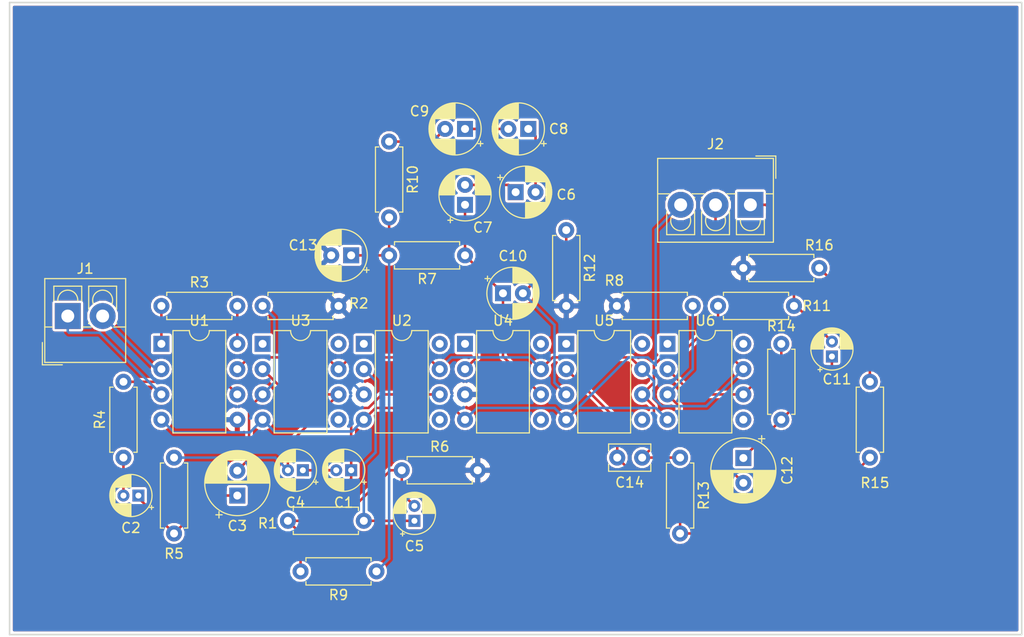
<source format=kicad_pcb>
(kicad_pcb (version 20171130) (host pcbnew "(5.0.0)")
  (title_block (title "EEG Acquisition board ") (rev v01) (comment 2 creativecommons.org/licenses/by/4.0) (comment 3 "License: CC BY 4.0") (comment 4 "Author: Alex Spafford"))
  (layers (0 F.Cu signal) (31 B.Cu signal) (34 B.Paste user) (35 F.Paste user) (36 B.SilkS user) (37 F.SilkS user) (38 B.Mask user) (39 F.Mask user) (44 Edge.Cuts user))
  (net 0 "")
  (net 1 "Net-(C1-Pad2)")
  (net 2 "Net-(C1-Pad1)")
  (net 3 "Net-(C2-Pad1)")
  (net 4 "Net-(C2-Pad2)")
  (net 5 "Net-(C3-Pad2)")
  (net 6 "Net-(C4-Pad2)")
  (net 7 "Net-(C5-Pad1)")
  (net 8 "Net-(C6-Pad1)")
  (net 9 "Net-(C6-Pad2)")
  (net 10 "Net-(C10-Pad1)")
  (net 11 "Net-(C8-Pad2)")
  (net 12 "Net-(C9-Pad2)")
  (net 13 "Net-(C10-Pad2)")
  (net 14 "Net-(C11-Pad1)")
  (net 15 "Net-(C11-Pad2)")
  (net 16 "Net-(C12-Pad2)")
  (net 17 GND)
  (net 18 "Net-(C13-Pad1)")
  (net 19 "Net-(C14-Pad1)")
  (net 20 "Net-(C14-Pad2)")
  (net 21 "Net-(R3-Pad1)")
  (net 22 "Net-(R3-Pad2)")
  (net 23 "Net-(R4-Pad2)")
  (net 24 "Net-(R14-Pad1)")
  (net 25 "Net-(R15-Pad2)")
  (net 26 -9V)
  (net 27 +9V)
  (net 28 "Net-(U2-Pad1)")
  (net 29 "Net-(U2-Pad5)")
  (net 30 "Net-(U2-Pad8)")
  (net 31 "Net-(U3-Pad8)")
  (net 32 "Net-(U3-Pad5)")
  (net 33 "Net-(U3-Pad1)")
  (net 34 "Net-(U4-Pad8)")
  (net 35 "Net-(U4-Pad5)")
  (net 36 "Net-(U4-Pad1)")
  (net 37 "Net-(U5-Pad1)")
  (net 38 "Net-(U5-Pad5)")
  (net 39 "Net-(U5-Pad8)")
  (net 40 "Net-(U6-Pad1)")
  (net 41 "Net-(U6-Pad5)")
  (net 42 "Net-(U6-Pad8)")
  (net 43 "Net-(J1-Pad1)")
  (net 44 "Net-(J1-Pad2)")
  (module Capacitor_THT:CP_Radial_D4.0mm_P1.50mm (layer F.Cu) (at 85.09 97.79 180)
    (fp_text reference C1 (at 0.75 -3.25 180) (layer F.SilkS))
    (fp_text value 220n)
    (pad 2 thru_hole circle (at 1.5 0 180) (size 1.2 1.2) (drill 0.6) (layers *.Cu *.Mask) (net 1 "Net-(C1-Pad2)"))
    (pad 1 thru_hole rect (at 0 0 180) (size 1.2 1.2) (drill 0.6) (layers *.Cu *.Mask) (net 2 "Net-(C1-Pad1)"))
  )
  (module Capacitor_THT:CP_Radial_D4.0mm_P1.50mm (layer F.Cu) (at 63.73 100.33 180)
    (fp_text reference C2 (at 0.75 -3.25 180) (layer F.SilkS))
    (fp_text value 220n)
    (pad 1 thru_hole rect (at 0 0 180) (size 1.2 1.2) (drill 0.6) (layers *.Cu *.Mask) (net 3 "Net-(C2-Pad1)"))
    (pad 2 thru_hole circle (at 1.5 0 180) (size 1.2 1.2) (drill 0.6) (layers *.Cu *.Mask) (net 4 "Net-(C2-Pad2)"))
  )
  (module Capacitor_THT:CP_Radial_D6.3mm_P2.50mm (layer F.Cu) (at 73.66 100.33 90)
    (fp_text reference C3 (at -3.048 0 180) (layer F.SilkS))
    (fp_text value 10u)
    (pad 1 thru_hole rect (at 0 0 90) (size 1.6 1.6) (drill 0.8) (layers *.Cu *.Mask) (net 3 "Net-(C2-Pad1)"))
    (pad 2 thru_hole circle (at 2.5 0 90) (size 1.6 1.6) (drill 0.8) (layers *.Cu *.Mask) (net 5 "Net-(C3-Pad2)"))
  )
  (module Capacitor_THT:CP_Radial_D4.0mm_P1.50mm (layer F.Cu) (at 80.24 97.79 180)
    (fp_text reference C4 (at 0.75 -3.25 180) (layer F.SilkS))
    (fp_text value 220n)
    (pad 1 thru_hole rect (at 0 0 180) (size 1.2 1.2) (drill 0.6) (layers *.Cu *.Mask) (net 1 "Net-(C1-Pad2)"))
    (pad 2 thru_hole circle (at 1.5 0 180) (size 1.2 1.2) (drill 0.6) (layers *.Cu *.Mask) (net 6 "Net-(C4-Pad2)"))
  )
  (module Capacitor_THT:CP_Radial_D4.0mm_P1.50mm (layer F.Cu) (at 91.44 102.87 90)
    (fp_text reference C5 (at -2.54 0 180) (layer F.SilkS))
    (fp_text value 220n)
    (pad 2 thru_hole circle (at 1.5 0 90) (size 1.2 1.2) (drill 0.6) (layers *.Cu *.Mask) (net 1 "Net-(C1-Pad2)"))
    (pad 1 thru_hole rect (at 0 0 90) (size 1.2 1.2) (drill 0.6) (layers *.Cu *.Mask) (net 7 "Net-(C5-Pad1)"))
  )
  (module Capacitor_THT:CP_Radial_D5.0mm_P2.00mm (layer F.Cu) (at 101.6 69.85)
    (fp_text reference C6 (at 5.08 0.254) (layer F.SilkS))
    (fp_text value 0.1u)
    (pad 1 thru_hole rect (at 0 0) (size 1.6 1.6) (drill 0.8) (layers *.Cu *.Mask) (net 8 "Net-(C6-Pad1)"))
    (pad 2 thru_hole circle (at 2 0) (size 1.6 1.6) (drill 0.8) (layers *.Cu *.Mask) (net 9 "Net-(C6-Pad2)"))
  )
  (module Capacitor_THT:CP_Radial_D5.0mm_P2.00mm (layer F.Cu) (at 96.52 71.12 90)
    (fp_text reference C7 (at -2.286 1.778 180) (layer F.SilkS))
    (fp_text value 0.1u)
    (pad 2 thru_hole circle (at 2 0 90) (size 1.6 1.6) (drill 0.8) (layers *.Cu *.Mask) (net 8 "Net-(C6-Pad1)"))
    (pad 1 thru_hole rect (at 0 0 90) (size 1.6 1.6) (drill 0.8) (layers *.Cu *.Mask) (net 10 "Net-(C10-Pad1)"))
  )
  (module Capacitor_THT:CP_Radial_D5.0mm_P2.00mm (layer F.Cu) (at 102.87 63.5 180)
    (fp_text reference C8 (at -3.048 0 180) (layer F.SilkS))
    (fp_text value 0.1u)
    (pad 2 thru_hole circle (at 2 0 180) (size 1.6 1.6) (drill 0.8) (layers *.Cu *.Mask) (net 11 "Net-(C8-Pad2)"))
    (pad 1 thru_hole rect (at 0 0 180) (size 1.6 1.6) (drill 0.8) (layers *.Cu *.Mask) (net 9 "Net-(C6-Pad2)"))
  )
  (module Capacitor_THT:CP_Radial_D5.0mm_P2.00mm (layer F.Cu) (at 96.52 63.5 180)
    (fp_text reference C9 (at 4.572 1.778 180) (layer F.SilkS))
    (fp_text value 0.1u)
    (pad 1 thru_hole rect (at 0 0 180) (size 1.6 1.6) (drill 0.8) (layers *.Cu *.Mask) (net 11 "Net-(C8-Pad2)"))
    (pad 2 thru_hole circle (at 2 0 180) (size 1.6 1.6) (drill 0.8) (layers *.Cu *.Mask) (net 12 "Net-(C9-Pad2)"))
  )
  (module Capacitor_THT:CP_Radial_D5.0mm_P2.00mm (layer F.Cu) (at 100.33 80.01)
    (fp_text reference C10 (at 1 -3.75) (layer F.SilkS))
    (fp_text value 1u)
    (pad 1 thru_hole rect (at 0 0) (size 1.6 1.6) (drill 0.8) (layers *.Cu *.Mask) (net 10 "Net-(C10-Pad1)"))
    (pad 2 thru_hole circle (at 2 0) (size 1.6 1.6) (drill 0.8) (layers *.Cu *.Mask) (net 13 "Net-(C10-Pad2)"))
  )
  (module Capacitor_THT:CP_Radial_D4.0mm_P1.50mm (layer F.Cu) (at 133.35 86.36 90)
    (fp_text reference C11 (at -2.286 0.508 180) (layer F.SilkS))
    (fp_text value 220n)
    (pad 1 thru_hole rect (at 0 0 90) (size 1.2 1.2) (drill 0.6) (layers *.Cu *.Mask) (net 14 "Net-(C11-Pad1)"))
    (pad 2 thru_hole circle (at 1.5 0 90) (size 1.2 1.2) (drill 0.6) (layers *.Cu *.Mask) (net 15 "Net-(C11-Pad2)"))
  )
  (module Capacitor_THT:CP_Radial_D6.3mm_P2.50mm (layer F.Cu) (at 124.46 96.56 270)
    (fp_text reference C12 (at 1.25 -4.4 270) (layer F.SilkS))
    (fp_text value 10u)
    (pad 2 thru_hole circle (at 2.5 0 270) (size 1.6 1.6) (drill 0.8) (layers *.Cu *.Mask) (net 16 "Net-(C12-Pad2)"))
    (pad 1 thru_hole rect (at 0 0 270) (size 1.6 1.6) (drill 0.8) (layers *.Cu *.Mask) (net 14 "Net-(C11-Pad1)"))
  )
  (module Capacitor_THT:CP_Radial_D5.0mm_P2.00mm (layer F.Cu) (at 85.09 76.2 180)
    (fp_text reference C13 (at 4.826 1.016 180) (layer F.SilkS))
    (fp_text value 100n)
    (pad 2 thru_hole circle (at 2 0 180) (size 1.6 1.6) (drill 0.8) (layers *.Cu *.Mask) (net 17 GND))
    (pad 1 thru_hole rect (at 0 0 180) (size 1.6 1.6) (drill 0.8) (layers *.Cu *.Mask) (net 18 "Net-(C13-Pad1)"))
  )
  (module Capacitor_THT:C_Rect_L4.0mm_W2.5mm_P2.50mm (layer F.Cu) (at 114.3 96.52 180)
    (fp_text reference C14 (at 1.25 -2.5 180) (layer F.SilkS))
    (fp_text value 10n)
    (pad 1 thru_hole circle (at 0 0 180) (size 1.6 1.6) (drill 0.8) (layers *.Cu *.Mask) (net 19 "Net-(C14-Pad1)"))
    (pad 2 thru_hole circle (at 2.5 0 180) (size 1.6 1.6) (drill 0.8) (layers *.Cu *.Mask) (net 20 "Net-(C14-Pad2)"))
  )
  (module Resistor_THT:R_Axial_DIN0207_L6.3mm_D2.5mm_P7.62mm_Horizontal (layer F.Cu) (at 78.74 102.87)
    (fp_text reference R1 (at -2.032 0.254) (layer F.SilkS))
    (fp_text value 220k)
    (pad 2 thru_hole oval (at 7.62 0) (size 1.6 1.6) (drill 0.8) (layers *.Cu *.Mask) (net 7 "Net-(C5-Pad1)"))
    (pad 1 thru_hole circle (at 0 0) (size 1.6 1.6) (drill 0.8) (layers *.Cu *.Mask) (net 2 "Net-(C1-Pad1)"))
  )
  (module Resistor_THT:R_Axial_DIN0207_L6.3mm_D2.5mm_P7.62mm_Horizontal (layer F.Cu) (at 83.82 81.28 180)
    (fp_text reference R2 (at -2.032 0.254 180) (layer F.SilkS))
    (fp_text value 270k)
    (pad 2 thru_hole oval (at 7.62 0 180) (size 1.6 1.6) (drill 0.8) (layers *.Cu *.Mask) (net 5 "Net-(C3-Pad2)"))
    (pad 1 thru_hole circle (at 0 0 180) (size 1.6 1.6) (drill 0.8) (layers *.Cu *.Mask) (net 17 GND))
  )
  (module Resistor_THT:R_Axial_DIN0207_L6.3mm_D2.5mm_P7.62mm_Horizontal (layer F.Cu) (at 66.04 81.28)
    (fp_text reference R3 (at 3.81 -2.37) (layer F.SilkS))
    (fp_text value 560)
    (pad 1 thru_hole circle (at 0 0) (size 1.6 1.6) (drill 0.8) (layers *.Cu *.Mask) (net 21 "Net-(R3-Pad1)"))
    (pad 2 thru_hole oval (at 7.62 0) (size 1.6 1.6) (drill 0.8) (layers *.Cu *.Mask) (net 22 "Net-(R3-Pad2)"))
  )
  (module Resistor_THT:R_Axial_DIN0207_L6.3mm_D2.5mm_P7.62mm_Horizontal (layer F.Cu) (at 62.23 96.52 90)
    (fp_text reference R4 (at 3.81 -2.37 90) (layer F.SilkS))
    (fp_text value 22k)
    (pad 2 thru_hole oval (at 7.62 0 90) (size 1.6 1.6) (drill 0.8) (layers *.Cu *.Mask) (net 23 "Net-(R4-Pad2)"))
    (pad 1 thru_hole circle (at 0 0 90) (size 1.6 1.6) (drill 0.8) (layers *.Cu *.Mask) (net 4 "Net-(C2-Pad2)"))
  )
  (module Resistor_THT:R_Axial_DIN0207_L6.3mm_D2.5mm_P7.62mm_Horizontal (layer F.Cu) (at 67.31 104.14 90)
    (fp_text reference R5 (at -2.032 0 180) (layer F.SilkS))
    (fp_text value 12)
    (pad 1 thru_hole circle (at 0 0 90) (size 1.6 1.6) (drill 0.8) (layers *.Cu *.Mask) (net 3 "Net-(C2-Pad1)"))
    (pad 2 thru_hole oval (at 7.62 0 90) (size 1.6 1.6) (drill 0.8) (layers *.Cu *.Mask) (net 6 "Net-(C4-Pad2)"))
  )
  (module Resistor_THT:R_Axial_DIN0207_L6.3mm_D2.5mm_P7.62mm_Horizontal (layer F.Cu) (at 90.17 97.79)
    (fp_text reference R6 (at 3.81 -2.37) (layer F.SilkS))
    (fp_text value 47k)
    (pad 1 thru_hole circle (at 0 0) (size 1.6 1.6) (drill 0.8) (layers *.Cu *.Mask) (net 1 "Net-(C1-Pad2)"))
    (pad 2 thru_hole oval (at 7.62 0) (size 1.6 1.6) (drill 0.8) (layers *.Cu *.Mask) (net 17 GND))
  )
  (module Resistor_THT:R_Axial_DIN0207_L6.3mm_D2.5mm_P7.62mm_Horizontal (layer F.Cu) (at 96.52 76.2 180)
    (fp_text reference R7 (at 3.81 -2.37 180) (layer F.SilkS))
    (fp_text value 180k)
    (pad 1 thru_hole circle (at 0 0 180) (size 1.6 1.6) (drill 0.8) (layers *.Cu *.Mask) (net 10 "Net-(C10-Pad1)"))
    (pad 2 thru_hole oval (at 7.62 0 180) (size 1.6 1.6) (drill 0.8) (layers *.Cu *.Mask) (net 18 "Net-(C13-Pad1)"))
  )
  (module Resistor_THT:R_Axial_DIN0207_L6.3mm_D2.5mm_P7.62mm_Horizontal (layer F.Cu) (at 111.76 81.28)
    (fp_text reference R8 (at -0.254 -2.54) (layer F.SilkS))
    (fp_text value 270k)
    (pad 2 thru_hole oval (at 7.62 0) (size 1.6 1.6) (drill 0.8) (layers *.Cu *.Mask) (net 16 "Net-(C12-Pad2)"))
    (pad 1 thru_hole circle (at 0 0) (size 1.6 1.6) (drill 0.8) (layers *.Cu *.Mask) (net 17 GND))
  )
  (module Resistor_THT:R_Axial_DIN0207_L6.3mm_D2.5mm_P7.62mm_Horizontal (layer F.Cu) (at 87.63 107.95 180)
    (fp_text reference R9 (at 3.81 -2.37 180) (layer F.SilkS))
    (fp_text value 180k)
    (pad 2 thru_hole oval (at 7.62 0 180) (size 1.6 1.6) (drill 0.8) (layers *.Cu *.Mask) (net 2 "Net-(C1-Pad1)"))
    (pad 1 thru_hole circle (at 0 0 180) (size 1.6 1.6) (drill 0.8) (layers *.Cu *.Mask) (net 18 "Net-(C13-Pad1)"))
  )
  (module Resistor_THT:R_Axial_DIN0207_L6.3mm_D2.5mm_P7.62mm_Horizontal (layer F.Cu) (at 88.9 64.77 270)
    (fp_text reference R10 (at 3.81 -2.37 270) (layer F.SilkS))
    (fp_text value 100k)
    (pad 1 thru_hole circle (at 0 0 270) (size 1.6 1.6) (drill 0.8) (layers *.Cu *.Mask) (net 12 "Net-(C9-Pad2)"))
    (pad 2 thru_hole oval (at 7.62 0 270) (size 1.6 1.6) (drill 0.8) (layers *.Cu *.Mask) (net 18 "Net-(C13-Pad1)"))
  )
  (module Resistor_THT:R_Axial_DIN0207_L6.3mm_D2.5mm_P7.62mm_Horizontal (layer F.Cu) (at 129.54 81.28 180)
    (fp_text reference R11 (at -2.286 0 180) (layer F.SilkS))
    (fp_text value 22k)
    (pad 2 thru_hole oval (at 7.62 0 180) (size 1.6 1.6) (drill 0.8) (layers *.Cu *.Mask) (net 19 "Net-(C14-Pad1)"))
    (pad 1 thru_hole circle (at 0 0 180) (size 1.6 1.6) (drill 0.8) (layers *.Cu *.Mask) (net 15 "Net-(C11-Pad2)"))
  )
  (module Resistor_THT:R_Axial_DIN0207_L6.3mm_D2.5mm_P7.62mm_Horizontal (layer F.Cu) (at 106.68 73.66 270)
    (fp_text reference R12 (at 3.81 -2.37 270) (layer F.SilkS))
    (fp_text value 1M)
    (pad 2 thru_hole oval (at 7.62 0 270) (size 1.6 1.6) (drill 0.8) (layers *.Cu *.Mask) (net 17 GND))
    (pad 1 thru_hole circle (at 0 0 270) (size 1.6 1.6) (drill 0.8) (layers *.Cu *.Mask) (net 13 "Net-(C10-Pad2)"))
  )
  (module Resistor_THT:R_Axial_DIN0207_L6.3mm_D2.5mm_P7.62mm_Horizontal (layer F.Cu) (at 118.11 96.52 270)
    (fp_text reference R13 (at 3.81 -2.37 270) (layer F.SilkS))
    (fp_text value 100k)
    (pad 1 thru_hole circle (at 0 0 270) (size 1.6 1.6) (drill 0.8) (layers *.Cu *.Mask) (net 19 "Net-(C14-Pad1)"))
    (pad 2 thru_hole oval (at 7.62 0 270) (size 1.6 1.6) (drill 0.8) (layers *.Cu *.Mask) (net 20 "Net-(C14-Pad2)"))
  )
  (module Resistor_THT:R_Axial_DIN0207_L6.3mm_D2.5mm_P7.62mm_Horizontal (layer F.Cu) (at 128.27 85.09 270)
    (fp_text reference R14 (at -1.778 0) (layer F.SilkS))
    (fp_text value 12)
    (pad 1 thru_hole circle (at 0 0 270) (size 1.6 1.6) (drill 0.8) (layers *.Cu *.Mask) (net 24 "Net-(R14-Pad1)"))
    (pad 2 thru_hole oval (at 7.62 0 270) (size 1.6 1.6) (drill 0.8) (layers *.Cu *.Mask) (net 14 "Net-(C11-Pad1)"))
  )
  (module Resistor_THT:R_Axial_DIN0207_L6.3mm_D2.5mm_P7.62mm_Horizontal (layer F.Cu) (at 137.16 96.52 90)
    (fp_text reference R15 (at -2.54 0.508 180) (layer F.SilkS))
    (fp_text value 220k)
    (pad 2 thru_hole oval (at 7.62 0 90) (size 1.6 1.6) (drill 0.8) (layers *.Cu *.Mask) (net 25 "Net-(R15-Pad2)"))
    (pad 1 thru_hole circle (at 0 0 90) (size 1.6 1.6) (drill 0.8) (layers *.Cu *.Mask) (net 20 "Net-(C14-Pad2)"))
  )
  (module Resistor_THT:R_Axial_DIN0207_L6.3mm_D2.5mm_P7.62mm_Horizontal (layer F.Cu) (at 132.08 77.47 180)
    (fp_text reference R16 (at 0 2.286 180) (layer F.SilkS))
    (fp_text value 1k)
    (pad 1 thru_hole circle (at 0 0 180) (size 1.6 1.6) (drill 0.8) (layers *.Cu *.Mask) (net 25 "Net-(R15-Pad2)"))
    (pad 2 thru_hole oval (at 7.62 0 180) (size 1.6 1.6) (drill 0.8) (layers *.Cu *.Mask) (net 17 GND))
  )
  (module Package_DIP:DIP-8_W7.62mm (layer F.Cu) (at 66.04 85.09)
    (fp_text reference U1 (at 3.81 -2.33) (layer F.SilkS))
    (fp_text value AD620)
    (pad 8 thru_hole oval (at 7.62 0) (size 1.6 1.6) (drill 0.8) (layers *.Cu *.Mask) (net 22 "Net-(R3-Pad2)"))
    (pad 4 thru_hole oval (at 0 7.62) (size 1.6 1.6) (drill 0.8) (layers *.Cu *.Mask) (net 26 -9V))
    (pad 7 thru_hole oval (at 7.62 2.54) (size 1.6 1.6) (drill 0.8) (layers *.Cu *.Mask) (net 27 +9V))
    (pad 3 thru_hole oval (at 0 5.08) (size 1.6 1.6) (drill 0.8) (layers *.Cu *.Mask) (net 43 "Net-(J1-Pad1)"))
    (pad 6 thru_hole oval (at 7.62 5.08) (size 1.6 1.6) (drill 0.8) (layers *.Cu *.Mask) (net 23 "Net-(R4-Pad2)"))
    (pad 2 thru_hole oval (at 0 2.54) (size 1.6 1.6) (drill 0.8) (layers *.Cu *.Mask) (net 44 "Net-(J1-Pad2)"))
    (pad 5 thru_hole oval (at 7.62 7.62) (size 1.6 1.6) (drill 0.8) (layers *.Cu *.Mask) (net 17 GND))
    (pad 1 thru_hole rect (at 0 0) (size 1.6 1.6) (drill 0.8) (layers *.Cu *.Mask) (net 21 "Net-(R3-Pad1)"))
  )
  (module Package_DIP:DIP-8_W7.62mm (layer F.Cu) (at 86.36 85.09)
    (fp_text reference U2 (at 3.81 -2.33) (layer F.SilkS))
    (fp_text value LM741)
    (pad 1 thru_hole rect (at 0 0) (size 1.6 1.6) (drill 0.8) (layers *.Cu *.Mask) (net 28 "Net-(U2-Pad1)"))
    (pad 5 thru_hole oval (at 7.62 7.62) (size 1.6 1.6) (drill 0.8) (layers *.Cu *.Mask) (net 29 "Net-(U2-Pad5)"))
    (pad 2 thru_hole oval (at 0 2.54) (size 1.6 1.6) (drill 0.8) (layers *.Cu *.Mask) (net 7 "Net-(C5-Pad1)"))
    (pad 6 thru_hole oval (at 7.62 5.08) (size 1.6 1.6) (drill 0.8) (layers *.Cu *.Mask) (net 2 "Net-(C1-Pad1)"))
    (pad 3 thru_hole oval (at 0 5.08) (size 1.6 1.6) (drill 0.8) (layers *.Cu *.Mask) (net 17 GND))
    (pad 7 thru_hole oval (at 7.62 2.54) (size 1.6 1.6) (drill 0.8) (layers *.Cu *.Mask) (net 27 +9V))
    (pad 4 thru_hole oval (at 0 7.62) (size 1.6 1.6) (drill 0.8) (layers *.Cu *.Mask) (net 26 -9V))
    (pad 8 thru_hole oval (at 7.62 0) (size 1.6 1.6) (drill 0.8) (layers *.Cu *.Mask) (net 30 "Net-(U2-Pad8)"))
  )
  (module Package_DIP:DIP-8_W7.62mm (layer F.Cu) (at 76.2 85.09)
    (fp_text reference U3 (at 3.81 -2.33) (layer F.SilkS))
    (fp_text value LM741)
    (pad 8 thru_hole oval (at 7.62 0) (size 1.6 1.6) (drill 0.8) (layers *.Cu *.Mask) (net 31 "Net-(U3-Pad8)"))
    (pad 4 thru_hole oval (at 0 7.62) (size 1.6 1.6) (drill 0.8) (layers *.Cu *.Mask) (net 26 -9V))
    (pad 7 thru_hole oval (at 7.62 2.54) (size 1.6 1.6) (drill 0.8) (layers *.Cu *.Mask) (net 27 +9V))
    (pad 3 thru_hole oval (at 0 5.08) (size 1.6 1.6) (drill 0.8) (layers *.Cu *.Mask) (net 5 "Net-(C3-Pad2)"))
    (pad 6 thru_hole oval (at 7.62 5.08) (size 1.6 1.6) (drill 0.8) (layers *.Cu *.Mask) (net 6 "Net-(C4-Pad2)"))
    (pad 2 thru_hole oval (at 0 2.54) (size 1.6 1.6) (drill 0.8) (layers *.Cu *.Mask) (net 6 "Net-(C4-Pad2)"))
    (pad 5 thru_hole oval (at 7.62 7.62) (size 1.6 1.6) (drill 0.8) (layers *.Cu *.Mask) (net 32 "Net-(U3-Pad5)"))
    (pad 1 thru_hole rect (at 0 0) (size 1.6 1.6) (drill 0.8) (layers *.Cu *.Mask) (net 33 "Net-(U3-Pad1)"))
  )
  (module Package_DIP:DIP-8_W7.62mm (layer F.Cu) (at 96.52 85.09)
    (fp_text reference U4 (at 3.81 -2.33) (layer F.SilkS))
    (fp_text value LM741)
    (pad 8 thru_hole oval (at 7.62 0) (size 1.6 1.6) (drill 0.8) (layers *.Cu *.Mask) (net 34 "Net-(U4-Pad8)"))
    (pad 4 thru_hole oval (at 0 7.62) (size 1.6 1.6) (drill 0.8) (layers *.Cu *.Mask) (net 26 -9V))
    (pad 7 thru_hole oval (at 7.62 2.54) (size 1.6 1.6) (drill 0.8) (layers *.Cu *.Mask) (net 27 +9V))
    (pad 3 thru_hole oval (at 0 5.08) (size 1.6 1.6) (drill 0.8) (layers *.Cu *.Mask) (net 17 GND))
    (pad 6 thru_hole oval (at 7.62 5.08) (size 1.6 1.6) (drill 0.8) (layers *.Cu *.Mask) (net 10 "Net-(C10-Pad1)"))
    (pad 2 thru_hole oval (at 0 2.54) (size 1.6 1.6) (drill 0.8) (layers *.Cu *.Mask) (net 12 "Net-(C9-Pad2)"))
    (pad 5 thru_hole oval (at 7.62 7.62) (size 1.6 1.6) (drill 0.8) (layers *.Cu *.Mask) (net 35 "Net-(U4-Pad5)"))
    (pad 1 thru_hole rect (at 0 0) (size 1.6 1.6) (drill 0.8) (layers *.Cu *.Mask) (net 36 "Net-(U4-Pad1)"))
  )
  (module Package_DIP:DIP-8_W7.62mm (layer F.Cu) (at 106.68 85.09)
    (fp_text reference U5 (at 3.81 -2.33) (layer F.SilkS))
    (fp_text value LM741)
    (pad 1 thru_hole rect (at 0 0) (size 1.6 1.6) (drill 0.8) (layers *.Cu *.Mask) (net 37 "Net-(U5-Pad1)"))
    (pad 5 thru_hole oval (at 7.62 7.62) (size 1.6 1.6) (drill 0.8) (layers *.Cu *.Mask) (net 38 "Net-(U5-Pad5)"))
    (pad 2 thru_hole oval (at 0 2.54) (size 1.6 1.6) (drill 0.8) (layers *.Cu *.Mask) (net 20 "Net-(C14-Pad2)"))
    (pad 6 thru_hole oval (at 7.62 5.08) (size 1.6 1.6) (drill 0.8) (layers *.Cu *.Mask) (net 19 "Net-(C14-Pad1)"))
    (pad 3 thru_hole oval (at 0 5.08) (size 1.6 1.6) (drill 0.8) (layers *.Cu *.Mask) (net 13 "Net-(C10-Pad2)"))
    (pad 7 thru_hole oval (at 7.62 2.54) (size 1.6 1.6) (drill 0.8) (layers *.Cu *.Mask) (net 27 +9V))
    (pad 4 thru_hole oval (at 0 7.62) (size 1.6 1.6) (drill 0.8) (layers *.Cu *.Mask) (net 26 -9V))
    (pad 8 thru_hole oval (at 7.62 0) (size 1.6 1.6) (drill 0.8) (layers *.Cu *.Mask) (net 39 "Net-(U5-Pad8)"))
  )
  (module Package_DIP:DIP-8_W7.62mm (layer F.Cu) (at 116.84 85.09)
    (fp_text reference U6 (at 3.81 -2.33) (layer F.SilkS))
    (fp_text value LM741)
    (pad 1 thru_hole rect (at 0 0) (size 1.6 1.6) (drill 0.8) (layers *.Cu *.Mask) (net 40 "Net-(U6-Pad1)"))
    (pad 5 thru_hole oval (at 7.62 7.62) (size 1.6 1.6) (drill 0.8) (layers *.Cu *.Mask) (net 41 "Net-(U6-Pad5)"))
    (pad 2 thru_hole oval (at 0 2.54) (size 1.6 1.6) (drill 0.8) (layers *.Cu *.Mask) (net 24 "Net-(R14-Pad1)"))
    (pad 6 thru_hole oval (at 7.62 5.08) (size 1.6 1.6) (drill 0.8) (layers *.Cu *.Mask) (net 24 "Net-(R14-Pad1)"))
    (pad 3 thru_hole oval (at 0 5.08) (size 1.6 1.6) (drill 0.8) (layers *.Cu *.Mask) (net 16 "Net-(C12-Pad2)"))
    (pad 7 thru_hole oval (at 7.62 2.54) (size 1.6 1.6) (drill 0.8) (layers *.Cu *.Mask) (net 27 +9V))
    (pad 4 thru_hole oval (at 0 7.62) (size 1.6 1.6) (drill 0.8) (layers *.Cu *.Mask) (net 26 -9V))
    (pad 8 thru_hole oval (at 7.62 0) (size 1.6 1.6) (drill 0.8) (layers *.Cu *.Mask) (net 42 "Net-(U6-Pad8)"))
  )
  (module TerminalBlock_4Ucon:TerminalBlock_4Ucon_1x02_P3.50mm_Vertical (layer F.Cu) (at 56.642 82.296)
    (fp_text reference J1 (at 1.75 -4.76) (layer F.SilkS))
    (fp_text value Screw_Terminal_01x02)
    (pad 1 thru_hole rect (at 0 0) (size 2.6 2.6) (drill 1.3) (layers *.Cu *.Mask) (net 43 "Net-(J1-Pad1)"))
    (pad 2 thru_hole circle (at 3.5 0) (size 2.6 2.6) (drill 1.3) (layers *.Cu *.Mask) (net 44 "Net-(J1-Pad2)"))
  )
  (module TerminalBlock_4Ucon:TerminalBlock_4Ucon_1x03_P3.50mm_Vertical (layer F.Cu) (at 125.166 71.12 180)
    (fp_text reference J2 (at 3.5 6.096 180) (layer F.SilkS))
    (fp_text value Screw_Terminal_01x03)
    (pad 1 thru_hole rect (at 0 0 180) (size 2.6 2.6) (drill 1.3) (layers *.Cu *.Mask) (net 15 "Net-(C11-Pad2)"))
    (pad 2 thru_hole circle (at 3.5 0 180) (size 2.6 2.6) (drill 1.3) (layers *.Cu *.Mask) (net 27 +9V))
    (pad 3 thru_hole circle (at 7 0 180) (size 2.6 2.6) (drill 1.3) (layers *.Cu *.Mask) (net 26 -9V))
  )
  (gr_line (start 50.8 114.3) (end 152.4 114.3) (layer Edge.Cuts) (width 0.15))
  (gr_line (start 50.8 50.8) (end 50.8 114.3) (layer Edge.Cuts) (width 0.15))
  (gr_line (start 152.4 50.8) (end 50.8 50.8) (layer Edge.Cuts) (width 0.15))
  (gr_line (start 152.4 114.3) (end 152.4 50.8) (layer Edge.Cuts) (width 0.15))
  (segment (start 82.741472 97.79) (end 83.59 97.79) (width 0.254) (layer F.Cu) (net 1))
  (segment (start 77.558999 102.303119) (end 82.072118 97.79) (width 0.254) (layer F.Cu) (net 1))
  (segment (start 77.558999 107.246881) (end 77.558999 102.303119) (width 0.254) (layer F.Cu) (net 1))
  (segment (start 82.072118 97.79) (end 82.741472 97.79) (width 0.254) (layer F.Cu) (net 1))
  (segment (start 80.24 97.79) (end 83.59 97.79) (width 0.254) (layer F.Cu) (net 1))
  (segment (start 90.17 100.1) (end 91.44 101.37) (width 0.254) (layer F.Cu) (net 1))
  (segment (start 90.17 97.79) (end 90.17 100.1) (width 0.254) (layer F.Cu) (net 1))
  (segment (start 81.191001 108.516881) (end 80.576881 109.131001) (width 0.254) (layer F.Cu) (net 1))
  (segment (start 80.576881 109.131001) (end 79.443119 109.131001) (width 0.254) (layer F.Cu) (net 1))
  (segment (start 89.03863 97.79) (end 81.191001 105.637629) (width 0.254) (layer F.Cu) (net 1))
  (segment (start 90.17 97.79) (end 89.03863 97.79) (width 0.254) (layer F.Cu) (net 1))
  (segment (start 79.443119 109.131001) (end 77.558999 107.246881) (width 0.254) (layer F.Cu) (net 1))
  (segment (start 81.191001 105.637629) (end 81.191001 108.516881) (width 0.254) (layer F.Cu) (net 1))
  (segment (start 80.01 104.14) (end 78.74 102.87) (width 0.254) (layer F.Cu) (net 2))
  (segment (start 80.01 107.95) (end 80.01 104.14) (width 0.254) (layer F.Cu) (net 2))
  (segment (start 85.09 96.936) (end 85.09 97.79) (width 0.254) (layer F.Cu) (net 2))
  (segment (start 85.09 92.232118) (end 85.09 96.936) (width 0.254) (layer F.Cu) (net 2))
  (segment (start 85.793119 91.528999) (end 85.09 92.232118) (width 0.254) (layer F.Cu) (net 2))
  (segment (start 86.822567 91.528999) (end 85.793119 91.528999) (width 0.254) (layer F.Cu) (net 2))
  (segment (start 88.181566 90.17) (end 86.822567 91.528999) (width 0.254) (layer F.Cu) (net 2))
  (segment (start 93.98 90.17) (end 88.181566 90.17) (width 0.254) (layer F.Cu) (net 2))
  (segment (start 79.87137 102.87) (end 78.74 102.87) (width 0.254) (layer F.Cu) (net 2))
  (segment (start 80.864 102.87) (end 79.87137 102.87) (width 0.254) (layer F.Cu) (net 2))
  (segment (start 85.09 98.644) (end 80.864 102.87) (width 0.254) (layer F.Cu) (net 2))
  (segment (start 85.09 97.79) (end 85.09 98.644) (width 0.254) (layer F.Cu) (net 2))
  (segment (start 67.31 104.14) (end 63.5 100.33) (width 0.254) (layer F.Cu) (net 3))
  (segment (start 71.12 100.33) (end 67.31 104.14) (width 0.254) (layer F.Cu) (net 3))
  (segment (start 73.66 100.33) (end 71.12 100.33) (width 0.254) (layer F.Cu) (net 3))
  (segment (start 62.23 96.52) (end 62.23 100.33) (width 0.254) (layer F.Cu) (net 4))
  (segment (start 75.400001 90.969999) (end 76.2 90.17) (width 0.254) (layer F.Cu) (net 5))
  (segment (start 74.841001 91.528999) (end 75.400001 90.969999) (width 0.254) (layer F.Cu) (net 5))
  (segment (start 74.841001 96.648999) (end 74.841001 91.528999) (width 0.254) (layer F.Cu) (net 5))
  (segment (start 73.66 97.83) (end 74.841001 96.648999) (width 0.254) (layer F.Cu) (net 5))
  (segment (start 76.999999 82.079999) (end 76.2 81.28) (width 0.254) (layer B.Cu) (net 5))
  (segment (start 77.381001 82.461001) (end 76.999999 82.079999) (width 0.254) (layer B.Cu) (net 5))
  (segment (start 77.381001 88.988999) (end 77.381001 82.461001) (width 0.254) (layer B.Cu) (net 5))
  (segment (start 76.2 90.17) (end 77.381001 88.988999) (width 0.254) (layer B.Cu) (net 5))
  (segment (start 78.74 95.25) (end 83.82 90.17) (width 0.254) (layer F.Cu) (net 6))
  (segment (start 78.74 97.79) (end 78.74 95.25) (width 0.254) (layer F.Cu) (net 6))
  (segment (start 77.47 96.52) (end 78.74 97.79) (width 0.254) (layer B.Cu) (net 6))
  (segment (start 67.31 96.52) (end 77.47 96.52) (width 0.254) (layer B.Cu) (net 6))
  (segment (start 78.74 90.17) (end 76.2 87.63) (width 0.254) (layer F.Cu) (net 6))
  (segment (start 83.82 90.17) (end 78.74 90.17) (width 0.254) (layer F.Cu) (net 6))
  (segment (start 91.44 102.87) (end 86.36 102.87) (width 0.254) (layer F.Cu) (net 7))
  (segment (start 87.159999 88.429999) (end 86.36 87.63) (width 0.254) (layer B.Cu) (net 7))
  (segment (start 87.541001 88.811001) (end 87.159999 88.429999) (width 0.254) (layer B.Cu) (net 7))
  (segment (start 87.541001 95.993197) (end 87.541001 88.811001) (width 0.254) (layer B.Cu) (net 7))
  (segment (start 86.36 97.174198) (end 87.541001 95.993197) (width 0.254) (layer B.Cu) (net 7))
  (segment (start 86.36 102.87) (end 86.36 97.174198) (width 0.254) (layer B.Cu) (net 7))
  (segment (start 100.87 69.12) (end 101.6 69.85) (width 0.254) (layer F.Cu) (net 8))
  (segment (start 96.52 69.12) (end 100.87 69.12) (width 0.254) (layer F.Cu) (net 8))
  (segment (start 103.6 64.23) (end 102.87 63.5) (width 0.254) (layer F.Cu) (net 9))
  (segment (start 103.6 69.85) (end 103.6 64.23) (width 0.254) (layer F.Cu) (net 9))
  (segment (start 100.33 80.01) (end 96.52 76.2) (width 0.254) (layer F.Cu) (net 10))
  (segment (start 96.52 71.12) (end 96.52 76.2) (width 0.254) (layer F.Cu) (net 10))
  (segment (start 100.33 86.36) (end 104.14 90.17) (width 0.254) (layer F.Cu) (net 10))
  (segment (start 100.33 80.01) (end 100.33 86.36) (width 0.254) (layer F.Cu) (net 10))
  (segment (start 100.87 63.5) (end 96.52 63.5) (width 0.254) (layer F.Cu) (net 11))
  (segment (start 94.52 63.5) (end 93.25 64.77) (width 0.254) (layer F.Cu) (net 12))
  (segment (start 92.71 74.137882) (end 92.71 64.77) (width 0.254) (layer F.Cu) (net 12))
  (segment (start 97.701001 79.128883) (end 92.71 74.137882) (width 0.254) (layer F.Cu) (net 12))
  (segment (start 97.701001 86.448999) (end 97.701001 79.128883) (width 0.254) (layer F.Cu) (net 12))
  (segment (start 96.52 87.63) (end 97.701001 86.448999) (width 0.254) (layer F.Cu) (net 12))
  (segment (start 93.25 64.77) (end 92.71 64.77) (width 0.254) (layer F.Cu) (net 12))
  (segment (start 92.71 64.77) (end 88.9 64.77) (width 0.254) (layer F.Cu) (net 12))
  (segment (start 106.68 75.66) (end 102.33 80.01) (width 0.254) (layer F.Cu) (net 13))
  (segment (start 106.68 73.66) (end 106.68 75.66) (width 0.254) (layer F.Cu) (net 13))
  (segment (start 103.129999 80.809999) (end 102.33 80.01) (width 0.254) (layer B.Cu) (net 13))
  (segment (start 105.498999 83.178999) (end 103.129999 80.809999) (width 0.254) (layer B.Cu) (net 13))
  (segment (start 105.498999 88.988999) (end 105.498999 83.178999) (width 0.254) (layer B.Cu) (net 13))
  (segment (start 106.68 90.17) (end 105.498999 88.988999) (width 0.254) (layer B.Cu) (net 13))
  (segment (start 133.35 87.63) (end 128.27 92.71) (width 0.254) (layer F.Cu) (net 14))
  (segment (start 133.35 86.36) (end 133.35 87.63) (width 0.254) (layer F.Cu) (net 14))
  (segment (start 124.46 96.52) (end 124.46 96.56) (width 0.254) (layer F.Cu) (net 14))
  (segment (start 128.27 92.71) (end 124.46 96.52) (width 0.254) (layer F.Cu) (net 14))
  (segment (start 129.77 81.28) (end 129.54 81.28) (width 0.254) (layer F.Cu) (net 15))
  (segment (start 133.35 84.86) (end 129.77 81.28) (width 0.254) (layer F.Cu) (net 15))
  (segment (start 126.72 71.12) (end 125.166 71.12) (width 0.254) (layer F.Cu) (net 15))
  (segment (start 129.54 73.94) (end 126.72 71.12) (width 0.254) (layer F.Cu) (net 15))
  (segment (start 129.54 81.28) (end 129.54 73.94) (width 0.254) (layer F.Cu) (net 15))
  (segment (start 117.639999 90.969999) (end 116.84 90.17) (width 0.254) (layer F.Cu) (net 16))
  (segment (start 118.021001 91.351001) (end 117.639999 90.969999) (width 0.254) (layer F.Cu) (net 16))
  (segment (start 118.021001 92.621001) (end 118.021001 91.351001) (width 0.254) (layer F.Cu) (net 16))
  (segment (start 124.46 99.06) (end 118.021001 92.621001) (width 0.254) (layer F.Cu) (net 16))
  (segment (start 119.38 87.63) (end 119.38 81.28) (width 0.254) (layer B.Cu) (net 16))
  (segment (start 116.84 90.17) (end 119.38 87.63) (width 0.254) (layer B.Cu) (net 16))
  (segment (start 85.560001 89.370001) (end 86.36 90.17) (width 0.254) (layer B.Cu) (net 17))
  (segment (start 85.178999 88.988999) (end 85.560001 89.370001) (width 0.254) (layer B.Cu) (net 17))
  (segment (start 85.178999 82.638999) (end 85.178999 88.988999) (width 0.254) (layer B.Cu) (net 17))
  (segment (start 83.82 81.28) (end 85.178999 82.638999) (width 0.254) (layer B.Cu) (net 17))
  (segment (start 88.9 72.39) (end 88.9 76.2) (width 0.254) (layer F.Cu) (net 18))
  (segment (start 88.9 76.2) (end 85.09 76.2) (width 0.254) (layer F.Cu) (net 18))
  (segment (start 88.9 106.68) (end 87.63 107.95) (width 0.254) (layer B.Cu) (net 18))
  (segment (start 88.9 76.2) (end 88.9 106.68) (width 0.254) (layer B.Cu) (net 18))
  (segment (start 118.11 96.52) (end 114.3 96.52) (width 0.254) (layer F.Cu) (net 19))
  (segment (start 115.099999 89.370001) (end 114.3 90.17) (width 0.254) (layer F.Cu) (net 19))
  (segment (start 115.481001 88.988999) (end 115.099999 89.370001) (width 0.254) (layer F.Cu) (net 19))
  (segment (start 115.481001 87.241117) (end 115.481001 88.988999) (width 0.254) (layer F.Cu) (net 19))
  (segment (start 116.273119 86.448999) (end 115.481001 87.241117) (width 0.254) (layer F.Cu) (net 19))
  (segment (start 117.882371 86.448999) (end 116.273119 86.448999) (width 0.254) (layer F.Cu) (net 19))
  (segment (start 121.92 82.41137) (end 117.882371 86.448999) (width 0.254) (layer F.Cu) (net 19))
  (segment (start 121.92 81.28) (end 121.92 82.41137) (width 0.254) (layer F.Cu) (net 19))
  (segment (start 115.099999 90.969999) (end 114.3 90.17) (width 0.254) (layer F.Cu) (net 19))
  (segment (start 115.481001 91.351001) (end 115.099999 90.969999) (width 0.254) (layer F.Cu) (net 19))
  (segment (start 115.481001 95.338999) (end 115.481001 91.351001) (width 0.254) (layer F.Cu) (net 19))
  (segment (start 114.3 96.52) (end 115.481001 95.338999) (width 0.254) (layer F.Cu) (net 19))
  (segment (start 129.54 104.14) (end 137.16 96.52) (width 0.254) (layer F.Cu) (net 20))
  (segment (start 118.11 104.14) (end 129.54 104.14) (width 0.254) (layer F.Cu) (net 20))
  (segment (start 118.11 102.83) (end 111.8 96.52) (width 0.254) (layer F.Cu) (net 20))
  (segment (start 118.11 104.14) (end 118.11 102.83) (width 0.254) (layer F.Cu) (net 20))
  (segment (start 111.8 92.75) (end 106.68 87.63) (width 0.254) (layer F.Cu) (net 20))
  (segment (start 111.8 96.52) (end 111.8 92.75) (width 0.254) (layer F.Cu) (net 20))
  (segment (start 66.04 81.28) (end 66.04 85.09) (width 0.254) (layer F.Cu) (net 21))
  (segment (start 73.66 81.28) (end 73.66 85.09) (width 0.254) (layer F.Cu) (net 22))
  (segment (start 72.39 88.9) (end 73.66 90.17) (width 0.254) (layer F.Cu) (net 23))
  (segment (start 62.23 88.9) (end 72.39 88.9) (width 0.254) (layer F.Cu) (net 23))
  (segment (start 128.27 86.36) (end 128.27 85.09) (width 0.254) (layer F.Cu) (net 24))
  (segment (start 124.46 90.17) (end 128.27 86.36) (width 0.254) (layer F.Cu) (net 24))
  (segment (start 119.38 90.17) (end 116.84 87.63) (width 0.254) (layer F.Cu) (net 24))
  (segment (start 124.46 90.17) (end 119.38 90.17) (width 0.254) (layer F.Cu) (net 24))
  (segment (start 137.16 82.55) (end 132.08 77.47) (width 0.254) (layer F.Cu) (net 25))
  (segment (start 137.16 88.9) (end 137.16 82.55) (width 0.254) (layer F.Cu) (net 25))
  (segment (start 107.861001 91.528999) (end 107.479999 91.910001) (width 0.254) (layer B.Cu) (net 26))
  (segment (start 115.658999 91.528999) (end 107.861001 91.528999) (width 0.254) (layer B.Cu) (net 26))
  (segment (start 116.84 92.71) (end 115.658999 91.528999) (width 0.254) (layer B.Cu) (net 26))
  (segment (start 97.319999 91.910001) (end 96.52 92.71) (width 0.254) (layer B.Cu) (net 26))
  (segment (start 97.701001 91.528999) (end 97.319999 91.910001) (width 0.254) (layer B.Cu) (net 26))
  (segment (start 105.498999 91.528999) (end 97.701001 91.528999) (width 0.254) (layer B.Cu) (net 26))
  (segment (start 106.68 92.71) (end 105.498999 91.528999) (width 0.254) (layer B.Cu) (net 26))
  (segment (start 87.159999 91.910001) (end 86.36 92.71) (width 0.254) (layer F.Cu) (net 26))
  (segment (start 87.541001 91.528999) (end 87.159999 91.910001) (width 0.254) (layer F.Cu) (net 26))
  (segment (start 95.338999 91.528999) (end 87.541001 91.528999) (width 0.254) (layer F.Cu) (net 26))
  (segment (start 96.52 92.71) (end 95.338999 91.528999) (width 0.254) (layer F.Cu) (net 26))
  (segment (start 75.400001 93.509999) (end 76.2 92.71) (width 0.254) (layer B.Cu) (net 26))
  (segment (start 74.93 93.98) (end 75.400001 93.509999) (width 0.254) (layer B.Cu) (net 26))
  (segment (start 67.31 93.98) (end 74.93 93.98) (width 0.254) (layer B.Cu) (net 26))
  (segment (start 66.04 92.71) (end 67.31 93.98) (width 0.254) (layer B.Cu) (net 26))
  (segment (start 85.560001 93.509999) (end 86.36 92.71) (width 0.254) (layer B.Cu) (net 26))
  (segment (start 85.178999 93.891001) (end 85.560001 93.509999) (width 0.254) (layer B.Cu) (net 26))
  (segment (start 77.381001 93.891001) (end 85.178999 93.891001) (width 0.254) (layer B.Cu) (net 26))
  (segment (start 76.2 92.71) (end 77.381001 93.891001) (width 0.254) (layer B.Cu) (net 26))
  (segment (start 107.479999 91.910001) (end 106.68 92.71) (width 0.254) (layer B.Cu) (net 26))
  (segment (start 112.941001 86.448999) (end 107.479999 91.910001) (width 0.254) (layer B.Cu) (net 26))
  (segment (start 114.866881 86.448999) (end 112.941001 86.448999) (width 0.254) (layer B.Cu) (net 26))
  (segment (start 115.658999 87.241117) (end 114.866881 86.448999) (width 0.254) (layer B.Cu) (net 26))
  (segment (start 115.658999 73.627001) (end 115.658999 87.241117) (width 0.254) (layer B.Cu) (net 26))
  (segment (start 118.166 71.12) (end 115.658999 73.627001) (width 0.254) (layer B.Cu) (net 26))
  (segment (start 115.099999 88.429999) (end 114.3 87.63) (width 0.254) (layer B.Cu) (net 27))
  (segment (start 115.481001 88.811001) (end 115.099999 88.429999) (width 0.254) (layer B.Cu) (net 27))
  (segment (start 115.481001 90.558883) (end 115.481001 88.811001) (width 0.254) (layer B.Cu) (net 27))
  (segment (start 116.273119 91.351001) (end 115.481001 90.558883) (width 0.254) (layer B.Cu) (net 27))
  (segment (start 120.738999 91.351001) (end 116.273119 91.351001) (width 0.254) (layer B.Cu) (net 27))
  (segment (start 124.46 87.63) (end 120.738999 91.351001) (width 0.254) (layer B.Cu) (net 27))
  (segment (start 104.939999 86.830001) (end 104.14 87.63) (width 0.254) (layer F.Cu) (net 27))
  (segment (start 105.321001 86.448999) (end 104.939999 86.830001) (width 0.254) (layer F.Cu) (net 27))
  (segment (start 113.118999 86.448999) (end 105.321001 86.448999) (width 0.254) (layer F.Cu) (net 27))
  (segment (start 114.3 87.63) (end 113.118999 86.448999) (width 0.254) (layer F.Cu) (net 27))
  (segment (start 95.161001 86.448999) (end 94.779999 86.830001) (width 0.254) (layer B.Cu) (net 27))
  (segment (start 104.14 87.63) (end 102.958999 86.448999) (width 0.254) (layer B.Cu) (net 27))
  (segment (start 102.958999 86.448999) (end 95.161001 86.448999) (width 0.254) (layer B.Cu) (net 27))
  (segment (start 84.619999 86.830001) (end 83.82 87.63) (width 0.254) (layer F.Cu) (net 27))
  (segment (start 85.001001 86.448999) (end 84.619999 86.830001) (width 0.254) (layer F.Cu) (net 27))
  (segment (start 92.798999 86.448999) (end 85.001001 86.448999) (width 0.254) (layer F.Cu) (net 27))
  (segment (start 93.98 87.63) (end 92.798999 86.448999) (width 0.254) (layer F.Cu) (net 27))
  (segment (start 83.020001 86.830001) (end 83.82 87.63) (width 0.254) (layer F.Cu) (net 27))
  (segment (start 82.638999 86.448999) (end 83.020001 86.830001) (width 0.254) (layer F.Cu) (net 27))
  (segment (start 74.841001 86.448999) (end 82.638999 86.448999) (width 0.254) (layer F.Cu) (net 27))
  (segment (start 73.66 87.63) (end 74.841001 86.448999) (width 0.254) (layer F.Cu) (net 27))
  (segment (start 123.660001 86.830001) (end 124.46 87.63) (width 0.254) (layer F.Cu) (net 27))
  (segment (start 123.278999 86.448999) (end 123.660001 86.830001) (width 0.254) (layer F.Cu) (net 27))
  (segment (start 123.278999 80.891117) (end 123.278999 86.448999) (width 0.254) (layer F.Cu) (net 27))
  (segment (start 121.666 79.278118) (end 123.278999 80.891117) (width 0.254) (layer F.Cu) (net 27))
  (segment (start 121.666 71.12) (end 121.666 79.278118) (width 0.254) (layer F.Cu) (net 27))
  (segment (start 65.240001 89.370001) (end 66.04 90.17) (width 0.254) (layer B.Cu) (net 43))
  (segment (start 59.847001 83.977001) (end 65.240001 89.370001) (width 0.254) (layer B.Cu) (net 43))
  (segment (start 56.769001 83.977001) (end 59.847001 83.977001) (width 0.254) (layer B.Cu) (net 43))
  (segment (start 56.642 83.85) (end 56.769001 83.977001) (width 0.254) (layer B.Cu) (net 43))
  (segment (start 56.642 82.296) (end 56.642 83.85) (width 0.254) (layer B.Cu) (net 43))
  (segment (start 65.476 87.63) (end 66.04 87.63) (width 0.254) (layer B.Cu) (net 44))
  (segment (start 60.142 82.296) (end 65.476 87.63) (width 0.254) (layer B.Cu) (net 44))
  (zone (net 17) (net_name GND) (layer F.Cu) (connect_pads (clearance 0.254)) (min_thickness 0.254) (fill yes (arc_segments 16) (thermal_gap 0.508) (thermal_bridge_width 0.508))
    (polygon (pts (xy 50.546 50.546) (xy 152.654 50.546) (xy 152.654 114.554) (xy 50.546 114.554)))
  )
  (zone (net 17) (net_name GND) (layer B.Cu) (connect_pads (clearance 0.254)) (min_thickness 0.254) (fill yes (arc_segments 16) (thermal_gap 0.508) (thermal_bridge_width 0.508))
    (polygon (pts (xy 152.654 114.554) (xy 152.654 50.546) (xy 50.546 50.546) (xy 50.546 114.554)))
  )
)
</source>
